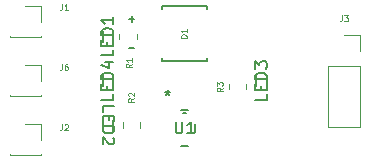
<source format=gbr>
%TF.GenerationSoftware,KiCad,Pcbnew,7.0.5*%
%TF.CreationDate,2024-03-05T22:02:34-06:00*%
%TF.ProjectId,GATE,47415445-2e6b-4696-9361-645f70636258,rev?*%
%TF.SameCoordinates,Original*%
%TF.FileFunction,Legend,Top*%
%TF.FilePolarity,Positive*%
%FSLAX46Y46*%
G04 Gerber Fmt 4.6, Leading zero omitted, Abs format (unit mm)*
G04 Created by KiCad (PCBNEW 7.0.5) date 2024-03-05 22:02:34*
%MOMM*%
%LPD*%
G01*
G04 APERTURE LIST*
%ADD10C,0.150000*%
%ADD11C,0.100000*%
%ADD12C,0.152400*%
%ADD13C,0.120000*%
%ADD14C,0.127000*%
G04 APERTURE END LIST*
D10*
%TO.C,U1*%
X154238095Y-90954819D02*
X154238095Y-91764342D01*
X154238095Y-91764342D02*
X154285714Y-91859580D01*
X154285714Y-91859580D02*
X154333333Y-91907200D01*
X154333333Y-91907200D02*
X154428571Y-91954819D01*
X154428571Y-91954819D02*
X154619047Y-91954819D01*
X154619047Y-91954819D02*
X154714285Y-91907200D01*
X154714285Y-91907200D02*
X154761904Y-91859580D01*
X154761904Y-91859580D02*
X154809523Y-91764342D01*
X154809523Y-91764342D02*
X154809523Y-90954819D01*
X155809523Y-91954819D02*
X155238095Y-91954819D01*
X155523809Y-91954819D02*
X155523809Y-90954819D01*
X155523809Y-90954819D02*
X155428571Y-91097676D01*
X155428571Y-91097676D02*
X155333333Y-91192914D01*
X155333333Y-91192914D02*
X155238095Y-91240533D01*
X153552200Y-88303019D02*
X153552200Y-88541114D01*
X153314105Y-88445876D02*
X153552200Y-88541114D01*
X153552200Y-88541114D02*
X153790295Y-88445876D01*
X153409343Y-88731590D02*
X153552200Y-88541114D01*
X153552200Y-88541114D02*
X153695057Y-88731590D01*
X153552200Y-88303019D02*
X153552200Y-88541114D01*
X153314105Y-88445876D02*
X153552200Y-88541114D01*
X153552200Y-88541114D02*
X153790295Y-88445876D01*
X153409343Y-88731590D02*
X153552200Y-88541114D01*
X153552200Y-88541114D02*
X153695057Y-88731590D01*
%TO.C,LED4*%
X148954819Y-88619047D02*
X148954819Y-89095237D01*
X148954819Y-89095237D02*
X147954819Y-89095237D01*
X148431009Y-88285713D02*
X148431009Y-87952380D01*
X148954819Y-87809523D02*
X148954819Y-88285713D01*
X148954819Y-88285713D02*
X147954819Y-88285713D01*
X147954819Y-88285713D02*
X147954819Y-87809523D01*
X148954819Y-87380951D02*
X147954819Y-87380951D01*
X147954819Y-87380951D02*
X147954819Y-87142856D01*
X147954819Y-87142856D02*
X148002438Y-86999999D01*
X148002438Y-86999999D02*
X148097676Y-86904761D01*
X148097676Y-86904761D02*
X148192914Y-86857142D01*
X148192914Y-86857142D02*
X148383390Y-86809523D01*
X148383390Y-86809523D02*
X148526247Y-86809523D01*
X148526247Y-86809523D02*
X148716723Y-86857142D01*
X148716723Y-86857142D02*
X148811961Y-86904761D01*
X148811961Y-86904761D02*
X148907200Y-86999999D01*
X148907200Y-86999999D02*
X148954819Y-87142856D01*
X148954819Y-87142856D02*
X148954819Y-87380951D01*
X148288152Y-85952380D02*
X148954819Y-85952380D01*
X147907200Y-86190475D02*
X148621485Y-86428570D01*
X148621485Y-86428570D02*
X148621485Y-85809523D01*
%TO.C,LED3*%
X161954819Y-88619047D02*
X161954819Y-89095237D01*
X161954819Y-89095237D02*
X160954819Y-89095237D01*
X161431009Y-88285713D02*
X161431009Y-87952380D01*
X161954819Y-87809523D02*
X161954819Y-88285713D01*
X161954819Y-88285713D02*
X160954819Y-88285713D01*
X160954819Y-88285713D02*
X160954819Y-87809523D01*
X161954819Y-87380951D02*
X160954819Y-87380951D01*
X160954819Y-87380951D02*
X160954819Y-87142856D01*
X160954819Y-87142856D02*
X161002438Y-86999999D01*
X161002438Y-86999999D02*
X161097676Y-86904761D01*
X161097676Y-86904761D02*
X161192914Y-86857142D01*
X161192914Y-86857142D02*
X161383390Y-86809523D01*
X161383390Y-86809523D02*
X161526247Y-86809523D01*
X161526247Y-86809523D02*
X161716723Y-86857142D01*
X161716723Y-86857142D02*
X161811961Y-86904761D01*
X161811961Y-86904761D02*
X161907200Y-86999999D01*
X161907200Y-86999999D02*
X161954819Y-87142856D01*
X161954819Y-87142856D02*
X161954819Y-87380951D01*
X160954819Y-86476189D02*
X160954819Y-85857142D01*
X160954819Y-85857142D02*
X161335771Y-86190475D01*
X161335771Y-86190475D02*
X161335771Y-86047618D01*
X161335771Y-86047618D02*
X161383390Y-85952380D01*
X161383390Y-85952380D02*
X161431009Y-85904761D01*
X161431009Y-85904761D02*
X161526247Y-85857142D01*
X161526247Y-85857142D02*
X161764342Y-85857142D01*
X161764342Y-85857142D02*
X161859580Y-85904761D01*
X161859580Y-85904761D02*
X161907200Y-85952380D01*
X161907200Y-85952380D02*
X161954819Y-86047618D01*
X161954819Y-86047618D02*
X161954819Y-86333332D01*
X161954819Y-86333332D02*
X161907200Y-86428570D01*
X161907200Y-86428570D02*
X161859580Y-86476189D01*
%TO.C,LED2*%
X148045180Y-90130952D02*
X148045180Y-89654762D01*
X148045180Y-89654762D02*
X149045180Y-89654762D01*
X148568990Y-90464286D02*
X148568990Y-90797619D01*
X148045180Y-90940476D02*
X148045180Y-90464286D01*
X148045180Y-90464286D02*
X149045180Y-90464286D01*
X149045180Y-90464286D02*
X149045180Y-90940476D01*
X148045180Y-91369048D02*
X149045180Y-91369048D01*
X149045180Y-91369048D02*
X149045180Y-91607143D01*
X149045180Y-91607143D02*
X148997561Y-91750000D01*
X148997561Y-91750000D02*
X148902323Y-91845238D01*
X148902323Y-91845238D02*
X148807085Y-91892857D01*
X148807085Y-91892857D02*
X148616609Y-91940476D01*
X148616609Y-91940476D02*
X148473752Y-91940476D01*
X148473752Y-91940476D02*
X148283276Y-91892857D01*
X148283276Y-91892857D02*
X148188038Y-91845238D01*
X148188038Y-91845238D02*
X148092800Y-91750000D01*
X148092800Y-91750000D02*
X148045180Y-91607143D01*
X148045180Y-91607143D02*
X148045180Y-91369048D01*
X148949942Y-92321429D02*
X148997561Y-92369048D01*
X148997561Y-92369048D02*
X149045180Y-92464286D01*
X149045180Y-92464286D02*
X149045180Y-92702381D01*
X149045180Y-92702381D02*
X148997561Y-92797619D01*
X148997561Y-92797619D02*
X148949942Y-92845238D01*
X148949942Y-92845238D02*
X148854704Y-92892857D01*
X148854704Y-92892857D02*
X148759466Y-92892857D01*
X148759466Y-92892857D02*
X148616609Y-92845238D01*
X148616609Y-92845238D02*
X148045180Y-92273810D01*
X148045180Y-92273810D02*
X148045180Y-92892857D01*
%TO.C,LED1*%
X148954819Y-84869047D02*
X148954819Y-85345237D01*
X148954819Y-85345237D02*
X147954819Y-85345237D01*
X148431009Y-84535713D02*
X148431009Y-84202380D01*
X148954819Y-84059523D02*
X148954819Y-84535713D01*
X148954819Y-84535713D02*
X147954819Y-84535713D01*
X147954819Y-84535713D02*
X147954819Y-84059523D01*
X148954819Y-83630951D02*
X147954819Y-83630951D01*
X147954819Y-83630951D02*
X147954819Y-83392856D01*
X147954819Y-83392856D02*
X148002438Y-83249999D01*
X148002438Y-83249999D02*
X148097676Y-83154761D01*
X148097676Y-83154761D02*
X148192914Y-83107142D01*
X148192914Y-83107142D02*
X148383390Y-83059523D01*
X148383390Y-83059523D02*
X148526247Y-83059523D01*
X148526247Y-83059523D02*
X148716723Y-83107142D01*
X148716723Y-83107142D02*
X148811961Y-83154761D01*
X148811961Y-83154761D02*
X148907200Y-83249999D01*
X148907200Y-83249999D02*
X148954819Y-83392856D01*
X148954819Y-83392856D02*
X148954819Y-83630951D01*
X148954819Y-82107142D02*
X148954819Y-82678570D01*
X148954819Y-82392856D02*
X147954819Y-82392856D01*
X147954819Y-82392856D02*
X148097676Y-82488094D01*
X148097676Y-82488094D02*
X148192914Y-82583332D01*
X148192914Y-82583332D02*
X148240533Y-82678570D01*
D11*
%TO.C,J6*%
X144613333Y-86086109D02*
X144613333Y-86443252D01*
X144613333Y-86443252D02*
X144589524Y-86514680D01*
X144589524Y-86514680D02*
X144541905Y-86562300D01*
X144541905Y-86562300D02*
X144470476Y-86586109D01*
X144470476Y-86586109D02*
X144422857Y-86586109D01*
X145065714Y-86086109D02*
X144970476Y-86086109D01*
X144970476Y-86086109D02*
X144922857Y-86109919D01*
X144922857Y-86109919D02*
X144899047Y-86133728D01*
X144899047Y-86133728D02*
X144851428Y-86205157D01*
X144851428Y-86205157D02*
X144827619Y-86300395D01*
X144827619Y-86300395D02*
X144827619Y-86490871D01*
X144827619Y-86490871D02*
X144851428Y-86538490D01*
X144851428Y-86538490D02*
X144875238Y-86562300D01*
X144875238Y-86562300D02*
X144922857Y-86586109D01*
X144922857Y-86586109D02*
X145018095Y-86586109D01*
X145018095Y-86586109D02*
X145065714Y-86562300D01*
X145065714Y-86562300D02*
X145089523Y-86538490D01*
X145089523Y-86538490D02*
X145113333Y-86490871D01*
X145113333Y-86490871D02*
X145113333Y-86371823D01*
X145113333Y-86371823D02*
X145089523Y-86324204D01*
X145089523Y-86324204D02*
X145065714Y-86300395D01*
X145065714Y-86300395D02*
X145018095Y-86276585D01*
X145018095Y-86276585D02*
X144922857Y-86276585D01*
X144922857Y-86276585D02*
X144875238Y-86300395D01*
X144875238Y-86300395D02*
X144851428Y-86324204D01*
X144851428Y-86324204D02*
X144827619Y-86371823D01*
%TO.C,R3*%
X158226109Y-88083333D02*
X157988014Y-88249999D01*
X158226109Y-88369047D02*
X157726109Y-88369047D01*
X157726109Y-88369047D02*
X157726109Y-88178571D01*
X157726109Y-88178571D02*
X157749919Y-88130952D01*
X157749919Y-88130952D02*
X157773728Y-88107142D01*
X157773728Y-88107142D02*
X157821347Y-88083333D01*
X157821347Y-88083333D02*
X157892776Y-88083333D01*
X157892776Y-88083333D02*
X157940395Y-88107142D01*
X157940395Y-88107142D02*
X157964204Y-88130952D01*
X157964204Y-88130952D02*
X157988014Y-88178571D01*
X157988014Y-88178571D02*
X157988014Y-88369047D01*
X157726109Y-87916666D02*
X157726109Y-87607142D01*
X157726109Y-87607142D02*
X157916585Y-87773809D01*
X157916585Y-87773809D02*
X157916585Y-87702380D01*
X157916585Y-87702380D02*
X157940395Y-87654761D01*
X157940395Y-87654761D02*
X157964204Y-87630952D01*
X157964204Y-87630952D02*
X158011823Y-87607142D01*
X158011823Y-87607142D02*
X158130871Y-87607142D01*
X158130871Y-87607142D02*
X158178490Y-87630952D01*
X158178490Y-87630952D02*
X158202300Y-87654761D01*
X158202300Y-87654761D02*
X158226109Y-87702380D01*
X158226109Y-87702380D02*
X158226109Y-87845237D01*
X158226109Y-87845237D02*
X158202300Y-87892856D01*
X158202300Y-87892856D02*
X158178490Y-87916666D01*
%TO.C,R1*%
X150526109Y-86083333D02*
X150288014Y-86249999D01*
X150526109Y-86369047D02*
X150026109Y-86369047D01*
X150026109Y-86369047D02*
X150026109Y-86178571D01*
X150026109Y-86178571D02*
X150049919Y-86130952D01*
X150049919Y-86130952D02*
X150073728Y-86107142D01*
X150073728Y-86107142D02*
X150121347Y-86083333D01*
X150121347Y-86083333D02*
X150192776Y-86083333D01*
X150192776Y-86083333D02*
X150240395Y-86107142D01*
X150240395Y-86107142D02*
X150264204Y-86130952D01*
X150264204Y-86130952D02*
X150288014Y-86178571D01*
X150288014Y-86178571D02*
X150288014Y-86369047D01*
X150526109Y-85607142D02*
X150526109Y-85892856D01*
X150526109Y-85749999D02*
X150026109Y-85749999D01*
X150026109Y-85749999D02*
X150097538Y-85797618D01*
X150097538Y-85797618D02*
X150145157Y-85845237D01*
X150145157Y-85845237D02*
X150168966Y-85892856D01*
%TO.C,R2*%
X150726109Y-88983333D02*
X150488014Y-89149999D01*
X150726109Y-89269047D02*
X150226109Y-89269047D01*
X150226109Y-89269047D02*
X150226109Y-89078571D01*
X150226109Y-89078571D02*
X150249919Y-89030952D01*
X150249919Y-89030952D02*
X150273728Y-89007142D01*
X150273728Y-89007142D02*
X150321347Y-88983333D01*
X150321347Y-88983333D02*
X150392776Y-88983333D01*
X150392776Y-88983333D02*
X150440395Y-89007142D01*
X150440395Y-89007142D02*
X150464204Y-89030952D01*
X150464204Y-89030952D02*
X150488014Y-89078571D01*
X150488014Y-89078571D02*
X150488014Y-89269047D01*
X150273728Y-88792856D02*
X150249919Y-88769047D01*
X150249919Y-88769047D02*
X150226109Y-88721428D01*
X150226109Y-88721428D02*
X150226109Y-88602380D01*
X150226109Y-88602380D02*
X150249919Y-88554761D01*
X150249919Y-88554761D02*
X150273728Y-88530952D01*
X150273728Y-88530952D02*
X150321347Y-88507142D01*
X150321347Y-88507142D02*
X150368966Y-88507142D01*
X150368966Y-88507142D02*
X150440395Y-88530952D01*
X150440395Y-88530952D02*
X150726109Y-88816666D01*
X150726109Y-88816666D02*
X150726109Y-88507142D01*
%TO.C,J1*%
X144613333Y-81006109D02*
X144613333Y-81363252D01*
X144613333Y-81363252D02*
X144589524Y-81434680D01*
X144589524Y-81434680D02*
X144541905Y-81482300D01*
X144541905Y-81482300D02*
X144470476Y-81506109D01*
X144470476Y-81506109D02*
X144422857Y-81506109D01*
X145113333Y-81506109D02*
X144827619Y-81506109D01*
X144970476Y-81506109D02*
X144970476Y-81006109D01*
X144970476Y-81006109D02*
X144922857Y-81077538D01*
X144922857Y-81077538D02*
X144875238Y-81125157D01*
X144875238Y-81125157D02*
X144827619Y-81148966D01*
%TO.C,J2*%
X144613333Y-91166109D02*
X144613333Y-91523252D01*
X144613333Y-91523252D02*
X144589524Y-91594680D01*
X144589524Y-91594680D02*
X144541905Y-91642300D01*
X144541905Y-91642300D02*
X144470476Y-91666109D01*
X144470476Y-91666109D02*
X144422857Y-91666109D01*
X144827619Y-91213728D02*
X144851428Y-91189919D01*
X144851428Y-91189919D02*
X144899047Y-91166109D01*
X144899047Y-91166109D02*
X145018095Y-91166109D01*
X145018095Y-91166109D02*
X145065714Y-91189919D01*
X145065714Y-91189919D02*
X145089523Y-91213728D01*
X145089523Y-91213728D02*
X145113333Y-91261347D01*
X145113333Y-91261347D02*
X145113333Y-91308966D01*
X145113333Y-91308966D02*
X145089523Y-91380395D01*
X145089523Y-91380395D02*
X144803809Y-91666109D01*
X144803809Y-91666109D02*
X145113333Y-91666109D01*
%TO.C,J3*%
X168333333Y-81956109D02*
X168333333Y-82313252D01*
X168333333Y-82313252D02*
X168309524Y-82384680D01*
X168309524Y-82384680D02*
X168261905Y-82432300D01*
X168261905Y-82432300D02*
X168190476Y-82456109D01*
X168190476Y-82456109D02*
X168142857Y-82456109D01*
X168523809Y-81956109D02*
X168833333Y-81956109D01*
X168833333Y-81956109D02*
X168666666Y-82146585D01*
X168666666Y-82146585D02*
X168738095Y-82146585D01*
X168738095Y-82146585D02*
X168785714Y-82170395D01*
X168785714Y-82170395D02*
X168809523Y-82194204D01*
X168809523Y-82194204D02*
X168833333Y-82241823D01*
X168833333Y-82241823D02*
X168833333Y-82360871D01*
X168833333Y-82360871D02*
X168809523Y-82408490D01*
X168809523Y-82408490D02*
X168785714Y-82432300D01*
X168785714Y-82432300D02*
X168738095Y-82456109D01*
X168738095Y-82456109D02*
X168595238Y-82456109D01*
X168595238Y-82456109D02*
X168547619Y-82432300D01*
X168547619Y-82432300D02*
X168523809Y-82408490D01*
%TO.C,D1*%
X155166109Y-83869047D02*
X154666109Y-83869047D01*
X154666109Y-83869047D02*
X154666109Y-83749999D01*
X154666109Y-83749999D02*
X154689919Y-83678571D01*
X154689919Y-83678571D02*
X154737538Y-83630952D01*
X154737538Y-83630952D02*
X154785157Y-83607142D01*
X154785157Y-83607142D02*
X154880395Y-83583333D01*
X154880395Y-83583333D02*
X154951823Y-83583333D01*
X154951823Y-83583333D02*
X155047061Y-83607142D01*
X155047061Y-83607142D02*
X155094680Y-83630952D01*
X155094680Y-83630952D02*
X155142300Y-83678571D01*
X155142300Y-83678571D02*
X155166109Y-83749999D01*
X155166109Y-83749999D02*
X155166109Y-83869047D01*
X155166109Y-83107142D02*
X155166109Y-83392856D01*
X155166109Y-83249999D02*
X154666109Y-83249999D01*
X154666109Y-83249999D02*
X154737538Y-83297618D01*
X154737538Y-83297618D02*
X154785157Y-83345237D01*
X154785157Y-83345237D02*
X154808966Y-83392856D01*
D12*
%TO.C,U1*%
X154697484Y-93024000D02*
X155302516Y-93024000D01*
X155302516Y-89976000D02*
X154697484Y-89976000D01*
X155876300Y-91837861D02*
X155876300Y-91162139D01*
X154875128Y-90254047D02*
G75*
G03*
X155124872Y-90254047I124872J278049D01*
G01*
%TO.C,LED4*%
X148931800Y-87941750D02*
X148931800Y-87058250D01*
X148068200Y-87058250D02*
X148068200Y-87941750D01*
%TO.C,LED3*%
X161931800Y-87941750D02*
X161931800Y-87058250D01*
X161068200Y-87058250D02*
X161068200Y-87941750D01*
%TO.C,LED2*%
X148068200Y-90808250D02*
X148068200Y-91691750D01*
X148931800Y-91691750D02*
X148931800Y-90808250D01*
%TO.C,LED1*%
X148931800Y-84191750D02*
X148931800Y-83308250D01*
X148068200Y-83308250D02*
X148068200Y-84191750D01*
D13*
%TO.C,J6*%
X140170000Y-88710000D02*
X140170000Y-88830000D01*
X140170000Y-88830000D02*
X142830000Y-88830000D01*
X142830000Y-88710000D02*
X142830000Y-88830000D01*
X142830000Y-86170000D02*
X142830000Y-87500000D01*
X141500000Y-86170000D02*
X142830000Y-86170000D01*
%TO.C,R3*%
X160235000Y-87772936D02*
X160235000Y-88227064D01*
X158765000Y-87772936D02*
X158765000Y-88227064D01*
%TO.C,R1*%
X150935000Y-83522936D02*
X150935000Y-83977064D01*
X149465000Y-83522936D02*
X149465000Y-83977064D01*
%TO.C,R2*%
X151235000Y-91022936D02*
X151235000Y-91477064D01*
X149765000Y-91022936D02*
X149765000Y-91477064D01*
%TO.C,J1*%
X140170000Y-83710000D02*
X140170000Y-83830000D01*
X140170000Y-83830000D02*
X142830000Y-83830000D01*
X142830000Y-83710000D02*
X142830000Y-83830000D01*
X142830000Y-81170000D02*
X142830000Y-82500000D01*
X141500000Y-81170000D02*
X142830000Y-81170000D01*
%TO.C,J2*%
X140170000Y-93710000D02*
X140170000Y-93830000D01*
X140170000Y-93830000D02*
X142830000Y-93830000D01*
X142830000Y-93710000D02*
X142830000Y-93830000D01*
X142830000Y-91170000D02*
X142830000Y-92500000D01*
X141500000Y-91170000D02*
X142830000Y-91170000D01*
%TO.C,J3*%
X168500000Y-83670000D02*
X169830000Y-83670000D01*
X169830000Y-86270000D02*
X169830000Y-91410000D01*
X167170000Y-86270000D02*
X167170000Y-91410000D01*
X167170000Y-86270000D02*
X169830000Y-86270000D01*
X169830000Y-83670000D02*
X169830000Y-85000000D01*
X167170000Y-91410000D02*
X169830000Y-91410000D01*
D14*
%TO.C,D1*%
X150250000Y-82250000D02*
X150750000Y-82250000D01*
X150250000Y-84750000D02*
X150750000Y-84750000D01*
X150500000Y-82000000D02*
X150500000Y-82500000D01*
X153075000Y-81137500D02*
X153075000Y-81405000D01*
X153075000Y-85595000D02*
X153075000Y-85862500D01*
X153075000Y-85862500D02*
X156925000Y-85862500D01*
X156925000Y-81137500D02*
X153075000Y-81137500D01*
X156925000Y-81405000D02*
X156925000Y-81137500D01*
X156925000Y-85862500D02*
X156925000Y-85595000D01*
%TD*%
M02*

</source>
